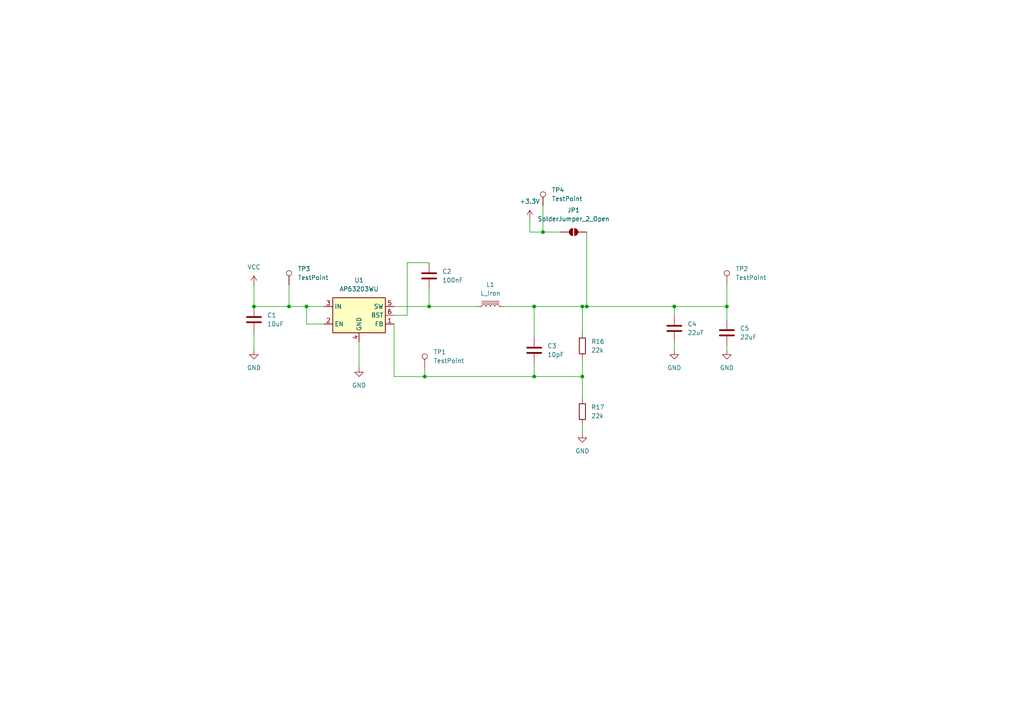
<source format=kicad_sch>
(kicad_sch
	(version 20250114)
	(generator "eeschema")
	(generator_version "9.0")
	(uuid "8212cb09-eeb7-48b0-8321-15fcc9c65691")
	(paper "A4")
	(lib_symbols
		(symbol "Connector:TestPoint"
			(pin_numbers
				(hide yes)
			)
			(pin_names
				(offset 0.762)
				(hide yes)
			)
			(exclude_from_sim no)
			(in_bom yes)
			(on_board yes)
			(property "Reference" "TP"
				(at 0 6.858 0)
				(effects
					(font
						(size 1.27 1.27)
					)
				)
			)
			(property "Value" "TestPoint"
				(at 0 5.08 0)
				(effects
					(font
						(size 1.27 1.27)
					)
				)
			)
			(property "Footprint" ""
				(at 5.08 0 0)
				(effects
					(font
						(size 1.27 1.27)
					)
					(hide yes)
				)
			)
			(property "Datasheet" "~"
				(at 5.08 0 0)
				(effects
					(font
						(size 1.27 1.27)
					)
					(hide yes)
				)
			)
			(property "Description" "test point"
				(at 0 0 0)
				(effects
					(font
						(size 1.27 1.27)
					)
					(hide yes)
				)
			)
			(property "ki_keywords" "test point tp"
				(at 0 0 0)
				(effects
					(font
						(size 1.27 1.27)
					)
					(hide yes)
				)
			)
			(property "ki_fp_filters" "Pin* Test*"
				(at 0 0 0)
				(effects
					(font
						(size 1.27 1.27)
					)
					(hide yes)
				)
			)
			(symbol "TestPoint_0_1"
				(circle
					(center 0 3.302)
					(radius 0.762)
					(stroke
						(width 0)
						(type default)
					)
					(fill
						(type none)
					)
				)
			)
			(symbol "TestPoint_1_1"
				(pin passive line
					(at 0 0 90)
					(length 2.54)
					(name "1"
						(effects
							(font
								(size 1.27 1.27)
							)
						)
					)
					(number "1"
						(effects
							(font
								(size 1.27 1.27)
							)
						)
					)
				)
			)
			(embedded_fonts no)
		)
		(symbol "Device:C"
			(pin_numbers
				(hide yes)
			)
			(pin_names
				(offset 0.254)
			)
			(exclude_from_sim no)
			(in_bom yes)
			(on_board yes)
			(property "Reference" "C"
				(at 0.635 2.54 0)
				(effects
					(font
						(size 1.27 1.27)
					)
					(justify left)
				)
			)
			(property "Value" "C"
				(at 0.635 -2.54 0)
				(effects
					(font
						(size 1.27 1.27)
					)
					(justify left)
				)
			)
			(property "Footprint" ""
				(at 0.9652 -3.81 0)
				(effects
					(font
						(size 1.27 1.27)
					)
					(hide yes)
				)
			)
			(property "Datasheet" "~"
				(at 0 0 0)
				(effects
					(font
						(size 1.27 1.27)
					)
					(hide yes)
				)
			)
			(property "Description" "Unpolarized capacitor"
				(at 0 0 0)
				(effects
					(font
						(size 1.27 1.27)
					)
					(hide yes)
				)
			)
			(property "ki_keywords" "cap capacitor"
				(at 0 0 0)
				(effects
					(font
						(size 1.27 1.27)
					)
					(hide yes)
				)
			)
			(property "ki_fp_filters" "C_*"
				(at 0 0 0)
				(effects
					(font
						(size 1.27 1.27)
					)
					(hide yes)
				)
			)
			(symbol "C_0_1"
				(polyline
					(pts
						(xy -2.032 0.762) (xy 2.032 0.762)
					)
					(stroke
						(width 0.508)
						(type default)
					)
					(fill
						(type none)
					)
				)
				(polyline
					(pts
						(xy -2.032 -0.762) (xy 2.032 -0.762)
					)
					(stroke
						(width 0.508)
						(type default)
					)
					(fill
						(type none)
					)
				)
			)
			(symbol "C_1_1"
				(pin passive line
					(at 0 3.81 270)
					(length 2.794)
					(name "~"
						(effects
							(font
								(size 1.27 1.27)
							)
						)
					)
					(number "1"
						(effects
							(font
								(size 1.27 1.27)
							)
						)
					)
				)
				(pin passive line
					(at 0 -3.81 90)
					(length 2.794)
					(name "~"
						(effects
							(font
								(size 1.27 1.27)
							)
						)
					)
					(number "2"
						(effects
							(font
								(size 1.27 1.27)
							)
						)
					)
				)
			)
			(embedded_fonts no)
		)
		(symbol "Device:L_Iron"
			(pin_numbers
				(hide yes)
			)
			(pin_names
				(offset 1.016)
				(hide yes)
			)
			(exclude_from_sim no)
			(in_bom yes)
			(on_board yes)
			(property "Reference" "L"
				(at -1.27 0 90)
				(effects
					(font
						(size 1.27 1.27)
					)
				)
			)
			(property "Value" "L_Iron"
				(at 2.794 0 90)
				(effects
					(font
						(size 1.27 1.27)
					)
				)
			)
			(property "Footprint" ""
				(at 0 0 0)
				(effects
					(font
						(size 1.27 1.27)
					)
					(hide yes)
				)
			)
			(property "Datasheet" "~"
				(at 0 0 0)
				(effects
					(font
						(size 1.27 1.27)
					)
					(hide yes)
				)
			)
			(property "Description" "Inductor with iron core"
				(at 0 0 0)
				(effects
					(font
						(size 1.27 1.27)
					)
					(hide yes)
				)
			)
			(property "ki_keywords" "inductor choke coil reactor magnetic"
				(at 0 0 0)
				(effects
					(font
						(size 1.27 1.27)
					)
					(hide yes)
				)
			)
			(property "ki_fp_filters" "Choke_* *Coil* Inductor_* L_*"
				(at 0 0 0)
				(effects
					(font
						(size 1.27 1.27)
					)
					(hide yes)
				)
			)
			(symbol "L_Iron_0_1"
				(arc
					(start 0 2.54)
					(mid 0.6323 1.905)
					(end 0 1.27)
					(stroke
						(width 0)
						(type default)
					)
					(fill
						(type none)
					)
				)
				(arc
					(start 0 1.27)
					(mid 0.6323 0.635)
					(end 0 0)
					(stroke
						(width 0)
						(type default)
					)
					(fill
						(type none)
					)
				)
				(arc
					(start 0 0)
					(mid 0.6323 -0.635)
					(end 0 -1.27)
					(stroke
						(width 0)
						(type default)
					)
					(fill
						(type none)
					)
				)
				(arc
					(start 0 -1.27)
					(mid 0.6323 -1.905)
					(end 0 -2.54)
					(stroke
						(width 0)
						(type default)
					)
					(fill
						(type none)
					)
				)
				(polyline
					(pts
						(xy 1.016 2.54) (xy 1.016 -2.54)
					)
					(stroke
						(width 0)
						(type default)
					)
					(fill
						(type none)
					)
				)
				(polyline
					(pts
						(xy 1.524 -2.54) (xy 1.524 2.54)
					)
					(stroke
						(width 0)
						(type default)
					)
					(fill
						(type none)
					)
				)
			)
			(symbol "L_Iron_1_1"
				(pin passive line
					(at 0 3.81 270)
					(length 1.27)
					(name "1"
						(effects
							(font
								(size 1.27 1.27)
							)
						)
					)
					(number "1"
						(effects
							(font
								(size 1.27 1.27)
							)
						)
					)
				)
				(pin passive line
					(at 0 -3.81 90)
					(length 1.27)
					(name "2"
						(effects
							(font
								(size 1.27 1.27)
							)
						)
					)
					(number "2"
						(effects
							(font
								(size 1.27 1.27)
							)
						)
					)
				)
			)
			(embedded_fonts no)
		)
		(symbol "Jumper:SolderJumper_2_Open"
			(pin_numbers
				(hide yes)
			)
			(pin_names
				(offset 0)
				(hide yes)
			)
			(exclude_from_sim yes)
			(in_bom no)
			(on_board yes)
			(property "Reference" "JP"
				(at 0 2.032 0)
				(effects
					(font
						(size 1.27 1.27)
					)
				)
			)
			(property "Value" "SolderJumper_2_Open"
				(at 0 -2.54 0)
				(effects
					(font
						(size 1.27 1.27)
					)
				)
			)
			(property "Footprint" ""
				(at 0 0 0)
				(effects
					(font
						(size 1.27 1.27)
					)
					(hide yes)
				)
			)
			(property "Datasheet" "~"
				(at 0 0 0)
				(effects
					(font
						(size 1.27 1.27)
					)
					(hide yes)
				)
			)
			(property "Description" "Solder Jumper, 2-pole, open"
				(at 0 0 0)
				(effects
					(font
						(size 1.27 1.27)
					)
					(hide yes)
				)
			)
			(property "ki_keywords" "solder jumper SPST"
				(at 0 0 0)
				(effects
					(font
						(size 1.27 1.27)
					)
					(hide yes)
				)
			)
			(property "ki_fp_filters" "SolderJumper*Open*"
				(at 0 0 0)
				(effects
					(font
						(size 1.27 1.27)
					)
					(hide yes)
				)
			)
			(symbol "SolderJumper_2_Open_0_1"
				(polyline
					(pts
						(xy -0.254 1.016) (xy -0.254 -1.016)
					)
					(stroke
						(width 0)
						(type default)
					)
					(fill
						(type none)
					)
				)
				(arc
					(start -0.254 -1.016)
					(mid -1.2656 0)
					(end -0.254 1.016)
					(stroke
						(width 0)
						(type default)
					)
					(fill
						(type none)
					)
				)
				(arc
					(start -0.254 -1.016)
					(mid -1.2656 0)
					(end -0.254 1.016)
					(stroke
						(width 0)
						(type default)
					)
					(fill
						(type outline)
					)
				)
				(arc
					(start 0.254 1.016)
					(mid 1.2656 0)
					(end 0.254 -1.016)
					(stroke
						(width 0)
						(type default)
					)
					(fill
						(type none)
					)
				)
				(arc
					(start 0.254 1.016)
					(mid 1.2656 0)
					(end 0.254 -1.016)
					(stroke
						(width 0)
						(type default)
					)
					(fill
						(type outline)
					)
				)
				(polyline
					(pts
						(xy 0.254 1.016) (xy 0.254 -1.016)
					)
					(stroke
						(width 0)
						(type default)
					)
					(fill
						(type none)
					)
				)
			)
			(symbol "SolderJumper_2_Open_1_1"
				(pin passive line
					(at -3.81 0 0)
					(length 2.54)
					(name "A"
						(effects
							(font
								(size 1.27 1.27)
							)
						)
					)
					(number "1"
						(effects
							(font
								(size 1.27 1.27)
							)
						)
					)
				)
				(pin passive line
					(at 3.81 0 180)
					(length 2.54)
					(name "B"
						(effects
							(font
								(size 1.27 1.27)
							)
						)
					)
					(number "2"
						(effects
							(font
								(size 1.27 1.27)
							)
						)
					)
				)
			)
			(embedded_fonts no)
		)
		(symbol "PCM_4ms_Power-symbol:+3.3V"
			(power)
			(pin_names
				(offset 0)
			)
			(exclude_from_sim no)
			(in_bom yes)
			(on_board yes)
			(property "Reference" "#PWR"
				(at 0 -3.81 0)
				(effects
					(font
						(size 1.27 1.27)
					)
					(hide yes)
				)
			)
			(property "Value" "+3.3V"
				(at 0 3.556 0)
				(effects
					(font
						(size 1.27 1.27)
					)
				)
			)
			(property "Footprint" ""
				(at 0 0 0)
				(effects
					(font
						(size 1.27 1.27)
					)
					(hide yes)
				)
			)
			(property "Datasheet" ""
				(at 0 0 0)
				(effects
					(font
						(size 1.27 1.27)
					)
					(hide yes)
				)
			)
			(property "Description" ""
				(at 0 0 0)
				(effects
					(font
						(size 1.27 1.27)
					)
					(hide yes)
				)
			)
			(symbol "+3.3V_0_1"
				(polyline
					(pts
						(xy -0.762 1.27) (xy 0 2.54)
					)
					(stroke
						(width 0)
						(type default)
					)
					(fill
						(type none)
					)
				)
				(polyline
					(pts
						(xy 0 2.54) (xy 0.762 1.27)
					)
					(stroke
						(width 0)
						(type default)
					)
					(fill
						(type none)
					)
				)
				(polyline
					(pts
						(xy 0 0) (xy 0 2.54)
					)
					(stroke
						(width 0)
						(type default)
					)
					(fill
						(type none)
					)
				)
			)
			(symbol "+3.3V_1_1"
				(pin power_in line
					(at 0 0 90)
					(length 0)
					(hide yes)
					(name "+3V3"
						(effects
							(font
								(size 1.27 1.27)
							)
						)
					)
					(number "1"
						(effects
							(font
								(size 1.27 1.27)
							)
						)
					)
				)
			)
			(embedded_fonts no)
		)
		(symbol "PCM_SL_Resistors:22k"
			(exclude_from_sim no)
			(in_bom yes)
			(on_board yes)
			(property "Reference" "R"
				(at 0 5.08 0)
				(effects
					(font
						(size 1.27 1.27)
					)
				)
			)
			(property "Value" "22k"
				(at 0 2.54 0)
				(effects
					(font
						(size 1.27 1.27)
					)
				)
			)
			(property "Footprint" "Resistor_THT:R_Axial_DIN0207_L6.3mm_D2.5mm_P10.16mm_Horizontal"
				(at 0.889 -4.318 0)
				(effects
					(font
						(size 1.27 1.27)
					)
					(hide yes)
				)
			)
			(property "Datasheet" ""
				(at 0.508 0 0)
				(effects
					(font
						(size 1.27 1.27)
					)
					(hide yes)
				)
			)
			(property "Description" "22kΩ, 1/4W Resistor"
				(at 0 0 0)
				(effects
					(font
						(size 1.27 1.27)
					)
					(hide yes)
				)
			)
			(property "ki_keywords" "Resistor"
				(at 0 0 0)
				(effects
					(font
						(size 1.27 1.27)
					)
					(hide yes)
				)
			)
			(property "ki_fp_filters" "Resistor_THT:R_Axial_DIN0207_L6.3mm_D2.5mm*"
				(at 0 0 0)
				(effects
					(font
						(size 1.27 1.27)
					)
					(hide yes)
				)
			)
			(symbol "22k_0_1"
				(rectangle
					(start -2.286 0.889)
					(end 2.286 -0.889)
					(stroke
						(width 0.24)
						(type default)
					)
					(fill
						(type none)
					)
				)
			)
			(symbol "22k_1_1"
				(pin passive line
					(at -3.81 0 0)
					(length 1.5)
					(name ""
						(effects
							(font
								(size 1.27 1.27)
							)
						)
					)
					(number "1"
						(effects
							(font
								(size 0 0)
							)
						)
					)
				)
				(pin passive line
					(at 3.81 0 180)
					(length 1.5)
					(name "~"
						(effects
							(font
								(size 1.27 1.27)
							)
						)
					)
					(number "2"
						(effects
							(font
								(size 0 0)
							)
						)
					)
				)
			)
			(embedded_fonts no)
		)
		(symbol "Regulator_Switching:AP63203WU"
			(exclude_from_sim no)
			(in_bom yes)
			(on_board yes)
			(property "Reference" "U"
				(at -7.62 6.35 0)
				(effects
					(font
						(size 1.27 1.27)
					)
				)
			)
			(property "Value" "AP63203WU"
				(at 2.54 6.35 0)
				(effects
					(font
						(size 1.27 1.27)
					)
				)
			)
			(property "Footprint" "Package_TO_SOT_SMD:TSOT-23-6"
				(at 0 -22.86 0)
				(effects
					(font
						(size 1.27 1.27)
					)
					(hide yes)
				)
			)
			(property "Datasheet" "https://www.diodes.com/assets/Datasheets/AP63200-AP63201-AP63203-AP63205.pdf"
				(at 0 0 0)
				(effects
					(font
						(size 1.27 1.27)
					)
					(hide yes)
				)
			)
			(property "Description" "2A, 1.1MHz Buck DC/DC Converter, fixed 3.3V output voltage, TSOT-23-6"
				(at 0 0 0)
				(effects
					(font
						(size 1.27 1.27)
					)
					(hide yes)
				)
			)
			(property "ki_keywords" "2A Buck DC/DC"
				(at 0 0 0)
				(effects
					(font
						(size 1.27 1.27)
					)
					(hide yes)
				)
			)
			(property "ki_fp_filters" "TSOT?23*"
				(at 0 0 0)
				(effects
					(font
						(size 1.27 1.27)
					)
					(hide yes)
				)
			)
			(symbol "AP63203WU_0_1"
				(rectangle
					(start -7.62 5.08)
					(end 7.62 -5.08)
					(stroke
						(width 0.254)
						(type default)
					)
					(fill
						(type background)
					)
				)
			)
			(symbol "AP63203WU_1_1"
				(pin power_in line
					(at -10.16 2.54 0)
					(length 2.54)
					(name "IN"
						(effects
							(font
								(size 1.27 1.27)
							)
						)
					)
					(number "3"
						(effects
							(font
								(size 1.27 1.27)
							)
						)
					)
				)
				(pin input line
					(at -10.16 -2.54 0)
					(length 2.54)
					(name "EN"
						(effects
							(font
								(size 1.27 1.27)
							)
						)
					)
					(number "2"
						(effects
							(font
								(size 1.27 1.27)
							)
						)
					)
				)
				(pin power_in line
					(at 0 -7.62 90)
					(length 2.54)
					(name "GND"
						(effects
							(font
								(size 1.27 1.27)
							)
						)
					)
					(number "4"
						(effects
							(font
								(size 1.27 1.27)
							)
						)
					)
				)
				(pin output line
					(at 10.16 2.54 180)
					(length 2.54)
					(name "SW"
						(effects
							(font
								(size 1.27 1.27)
							)
						)
					)
					(number "5"
						(effects
							(font
								(size 1.27 1.27)
							)
						)
					)
				)
				(pin passive line
					(at 10.16 0 180)
					(length 2.54)
					(name "BST"
						(effects
							(font
								(size 1.27 1.27)
							)
						)
					)
					(number "6"
						(effects
							(font
								(size 1.27 1.27)
							)
						)
					)
				)
				(pin input line
					(at 10.16 -2.54 180)
					(length 2.54)
					(name "FB"
						(effects
							(font
								(size 1.27 1.27)
							)
						)
					)
					(number "1"
						(effects
							(font
								(size 1.27 1.27)
							)
						)
					)
				)
			)
			(embedded_fonts no)
		)
		(symbol "power:GND"
			(power)
			(pin_numbers
				(hide yes)
			)
			(pin_names
				(offset 0)
				(hide yes)
			)
			(exclude_from_sim no)
			(in_bom yes)
			(on_board yes)
			(property "Reference" "#PWR"
				(at 0 -6.35 0)
				(effects
					(font
						(size 1.27 1.27)
					)
					(hide yes)
				)
			)
			(property "Value" "GND"
				(at 0 -3.81 0)
				(effects
					(font
						(size 1.27 1.27)
					)
				)
			)
			(property "Footprint" ""
				(at 0 0 0)
				(effects
					(font
						(size 1.27 1.27)
					)
					(hide yes)
				)
			)
			(property "Datasheet" ""
				(at 0 0 0)
				(effects
					(font
						(size 1.27 1.27)
					)
					(hide yes)
				)
			)
			(property "Description" "Power symbol creates a global label with name \"GND\" , ground"
				(at 0 0 0)
				(effects
					(font
						(size 1.27 1.27)
					)
					(hide yes)
				)
			)
			(property "ki_keywords" "global power"
				(at 0 0 0)
				(effects
					(font
						(size 1.27 1.27)
					)
					(hide yes)
				)
			)
			(symbol "GND_0_1"
				(polyline
					(pts
						(xy 0 0) (xy 0 -1.27) (xy 1.27 -1.27) (xy 0 -2.54) (xy -1.27 -1.27) (xy 0 -1.27)
					)
					(stroke
						(width 0)
						(type default)
					)
					(fill
						(type none)
					)
				)
			)
			(symbol "GND_1_1"
				(pin power_in line
					(at 0 0 270)
					(length 0)
					(name "~"
						(effects
							(font
								(size 1.27 1.27)
							)
						)
					)
					(number "1"
						(effects
							(font
								(size 1.27 1.27)
							)
						)
					)
				)
			)
			(embedded_fonts no)
		)
		(symbol "power:VCC"
			(power)
			(pin_numbers
				(hide yes)
			)
			(pin_names
				(offset 0)
				(hide yes)
			)
			(exclude_from_sim no)
			(in_bom yes)
			(on_board yes)
			(property "Reference" "#PWR"
				(at 0 -3.81 0)
				(effects
					(font
						(size 1.27 1.27)
					)
					(hide yes)
				)
			)
			(property "Value" "VCC"
				(at 0 3.556 0)
				(effects
					(font
						(size 1.27 1.27)
					)
				)
			)
			(property "Footprint" ""
				(at 0 0 0)
				(effects
					(font
						(size 1.27 1.27)
					)
					(hide yes)
				)
			)
			(property "Datasheet" ""
				(at 0 0 0)
				(effects
					(font
						(size 1.27 1.27)
					)
					(hide yes)
				)
			)
			(property "Description" "Power symbol creates a global label with name \"VCC\""
				(at 0 0 0)
				(effects
					(font
						(size 1.27 1.27)
					)
					(hide yes)
				)
			)
			(property "ki_keywords" "global power"
				(at 0 0 0)
				(effects
					(font
						(size 1.27 1.27)
					)
					(hide yes)
				)
			)
			(symbol "VCC_0_1"
				(polyline
					(pts
						(xy -0.762 1.27) (xy 0 2.54)
					)
					(stroke
						(width 0)
						(type default)
					)
					(fill
						(type none)
					)
				)
				(polyline
					(pts
						(xy 0 2.54) (xy 0.762 1.27)
					)
					(stroke
						(width 0)
						(type default)
					)
					(fill
						(type none)
					)
				)
				(polyline
					(pts
						(xy 0 0) (xy 0 2.54)
					)
					(stroke
						(width 0)
						(type default)
					)
					(fill
						(type none)
					)
				)
			)
			(symbol "VCC_1_1"
				(pin power_in line
					(at 0 0 90)
					(length 0)
					(name "~"
						(effects
							(font
								(size 1.27 1.27)
							)
						)
					)
					(number "1"
						(effects
							(font
								(size 1.27 1.27)
							)
						)
					)
				)
			)
			(embedded_fonts no)
		)
	)
	(junction
		(at 154.94 109.22)
		(diameter 0)
		(color 0 0 0 0)
		(uuid "0f1a8cea-ba60-45fd-8575-aa94bb941143")
	)
	(junction
		(at 195.58 88.9)
		(diameter 0)
		(color 0 0 0 0)
		(uuid "3d332a84-fe1c-489a-8678-291686d508fc")
	)
	(junction
		(at 124.46 88.9)
		(diameter 0)
		(color 0 0 0 0)
		(uuid "54e6b583-4d49-4fdb-9193-8cd41d0aeba9")
	)
	(junction
		(at 83.82 88.9)
		(diameter 0)
		(color 0 0 0 0)
		(uuid "6236817c-6b0e-4d57-acfa-5a7515e775c1")
	)
	(junction
		(at 170.18 88.9)
		(diameter 0)
		(color 0 0 0 0)
		(uuid "72b032d2-a758-4dea-a110-50d4c3ed9461")
	)
	(junction
		(at 210.82 88.9)
		(diameter 0)
		(color 0 0 0 0)
		(uuid "73dc6991-75f0-4ac5-b568-57f7d92299f7")
	)
	(junction
		(at 88.9 88.9)
		(diameter 0)
		(color 0 0 0 0)
		(uuid "8b2dd246-bb27-4408-92e9-286f8dc76593")
	)
	(junction
		(at 157.48 67.31)
		(diameter 0)
		(color 0 0 0 0)
		(uuid "97c776a2-b705-4570-877f-2989fade6534")
	)
	(junction
		(at 168.91 88.9)
		(diameter 0)
		(color 0 0 0 0)
		(uuid "ba667dad-94ee-4418-8c42-2a16c6b0a61e")
	)
	(junction
		(at 154.94 88.9)
		(diameter 0)
		(color 0 0 0 0)
		(uuid "c854b70c-4f3b-454c-8055-1979e0370e9f")
	)
	(junction
		(at 168.91 109.22)
		(diameter 0)
		(color 0 0 0 0)
		(uuid "db02562e-1e6b-4f50-bb6c-3d57f99f1383")
	)
	(junction
		(at 123.19 109.22)
		(diameter 0)
		(color 0 0 0 0)
		(uuid "e9d9fba3-608c-491f-a9b6-79081933b4f1")
	)
	(junction
		(at 73.66 88.9)
		(diameter 0)
		(color 0 0 0 0)
		(uuid "fd2d8ff0-db90-4e6c-8f04-3ef830b89b5d")
	)
	(wire
		(pts
			(xy 168.91 88.9) (xy 154.94 88.9)
		)
		(stroke
			(width 0)
			(type default)
		)
		(uuid "0bdeac7c-d827-45b2-bfd4-c02eca4b4d9a")
	)
	(wire
		(pts
			(xy 154.94 109.22) (xy 154.94 105.41)
		)
		(stroke
			(width 0)
			(type default)
		)
		(uuid "0da3ce5c-d3c2-4d59-9cdb-12ba98389b5b")
	)
	(wire
		(pts
			(xy 88.9 88.9) (xy 93.98 88.9)
		)
		(stroke
			(width 0)
			(type default)
		)
		(uuid "0ecfb0cb-1860-45b4-93ed-fa1a0cb66cac")
	)
	(wire
		(pts
			(xy 154.94 88.9) (xy 154.94 97.79)
		)
		(stroke
			(width 0)
			(type default)
		)
		(uuid "131fd23a-34ec-4672-88c5-e48150932136")
	)
	(wire
		(pts
			(xy 104.14 99.06) (xy 104.14 106.68)
		)
		(stroke
			(width 0)
			(type default)
		)
		(uuid "1a4f45c5-a6d3-4332-acf8-93739044a8af")
	)
	(wire
		(pts
			(xy 168.91 109.22) (xy 168.91 115.57)
		)
		(stroke
			(width 0)
			(type default)
		)
		(uuid "2236eeaf-dce8-4549-9cfa-9e9b5e77f7d9")
	)
	(wire
		(pts
			(xy 195.58 99.06) (xy 195.58 101.6)
		)
		(stroke
			(width 0)
			(type default)
		)
		(uuid "23566f39-82ef-4b0b-9842-7c95866b01cc")
	)
	(wire
		(pts
			(xy 123.19 106.68) (xy 123.19 109.22)
		)
		(stroke
			(width 0)
			(type default)
		)
		(uuid "2a48e591-0764-42ec-8d70-e1d2357176cc")
	)
	(wire
		(pts
			(xy 124.46 88.9) (xy 138.43 88.9)
		)
		(stroke
			(width 0)
			(type default)
		)
		(uuid "32e617f4-5823-443d-8f39-b9e68e0c5667")
	)
	(wire
		(pts
			(xy 157.48 59.69) (xy 157.48 67.31)
		)
		(stroke
			(width 0)
			(type default)
		)
		(uuid "36d8c755-ed3a-4c11-af40-be9cc2c3be30")
	)
	(wire
		(pts
			(xy 114.3 88.9) (xy 124.46 88.9)
		)
		(stroke
			(width 0)
			(type default)
		)
		(uuid "37415b58-de7f-40ac-93f6-70d411d10ab3")
	)
	(wire
		(pts
			(xy 154.94 109.22) (xy 168.91 109.22)
		)
		(stroke
			(width 0)
			(type default)
		)
		(uuid "38fbad95-3acc-4780-9281-fab248935b65")
	)
	(wire
		(pts
			(xy 210.82 92.71) (xy 210.82 88.9)
		)
		(stroke
			(width 0)
			(type default)
		)
		(uuid "3dcc6a8d-3e46-44f8-9aa3-63abe8383c41")
	)
	(wire
		(pts
			(xy 83.82 88.9) (xy 88.9 88.9)
		)
		(stroke
			(width 0)
			(type default)
		)
		(uuid "4596d9aa-9098-44a6-ac93-4028cea2c8af")
	)
	(wire
		(pts
			(xy 168.91 88.9) (xy 170.18 88.9)
		)
		(stroke
			(width 0)
			(type default)
		)
		(uuid "47a4ab27-6093-4242-83c5-84910eb27607")
	)
	(wire
		(pts
			(xy 83.82 82.55) (xy 83.82 88.9)
		)
		(stroke
			(width 0)
			(type default)
		)
		(uuid "6147bc10-25df-4895-bf2c-edb0f0b2e163")
	)
	(wire
		(pts
			(xy 210.82 88.9) (xy 195.58 88.9)
		)
		(stroke
			(width 0)
			(type default)
		)
		(uuid "645c4fa1-ade2-47b2-90b1-bae72b5b7f2a")
	)
	(wire
		(pts
			(xy 170.18 67.31) (xy 170.18 88.9)
		)
		(stroke
			(width 0)
			(type default)
		)
		(uuid "8a9412dc-fd3a-40bd-aaa7-bd961b358bc1")
	)
	(wire
		(pts
			(xy 73.66 88.9) (xy 83.82 88.9)
		)
		(stroke
			(width 0)
			(type default)
		)
		(uuid "8b2b48e9-6b5a-4f27-b771-03a942aaedd2")
	)
	(wire
		(pts
			(xy 123.19 109.22) (xy 154.94 109.22)
		)
		(stroke
			(width 0)
			(type default)
		)
		(uuid "92c77557-ed81-4d4c-9a90-982503d97b81")
	)
	(wire
		(pts
			(xy 153.67 63.5) (xy 153.67 67.31)
		)
		(stroke
			(width 0)
			(type default)
		)
		(uuid "989804f9-8c1e-4404-9b4a-44c54f6c47fb")
	)
	(wire
		(pts
			(xy 168.91 104.14) (xy 168.91 109.22)
		)
		(stroke
			(width 0)
			(type default)
		)
		(uuid "9af3eb64-b7cc-48a9-b4b0-856fcc70c66f")
	)
	(wire
		(pts
			(xy 88.9 93.98) (xy 88.9 88.9)
		)
		(stroke
			(width 0)
			(type default)
		)
		(uuid "9f0b787e-a8ab-43de-979b-925fd7ccc845")
	)
	(wire
		(pts
			(xy 124.46 83.82) (xy 124.46 88.9)
		)
		(stroke
			(width 0)
			(type default)
		)
		(uuid "a6e45cf8-8b2a-465e-aff5-d5760dab572d")
	)
	(wire
		(pts
			(xy 93.98 93.98) (xy 88.9 93.98)
		)
		(stroke
			(width 0)
			(type default)
		)
		(uuid "aa25a4eb-db4d-437e-8705-1b7286c8aaad")
	)
	(wire
		(pts
			(xy 168.91 96.52) (xy 168.91 88.9)
		)
		(stroke
			(width 0)
			(type default)
		)
		(uuid "ae292888-8323-44a2-b896-2edf035d4af5")
	)
	(wire
		(pts
			(xy 210.82 82.55) (xy 210.82 88.9)
		)
		(stroke
			(width 0)
			(type default)
		)
		(uuid "b9e359c3-10e7-4091-81f5-058e2506d899")
	)
	(wire
		(pts
			(xy 114.3 93.98) (xy 114.3 109.22)
		)
		(stroke
			(width 0)
			(type default)
		)
		(uuid "bbe8a101-d54b-45f5-9ede-15be1a9851ec")
	)
	(wire
		(pts
			(xy 114.3 109.22) (xy 123.19 109.22)
		)
		(stroke
			(width 0)
			(type default)
		)
		(uuid "bc1d3377-056d-43e5-93ec-b7fce68da754")
	)
	(wire
		(pts
			(xy 153.67 67.31) (xy 157.48 67.31)
		)
		(stroke
			(width 0)
			(type default)
		)
		(uuid "bdd867de-4689-49d7-92dd-5a2a580ba59a")
	)
	(wire
		(pts
			(xy 118.11 91.44) (xy 114.3 91.44)
		)
		(stroke
			(width 0)
			(type default)
		)
		(uuid "cd68a1a2-9327-42b9-bb81-a29ad90e212d")
	)
	(wire
		(pts
			(xy 210.82 101.6) (xy 210.82 100.33)
		)
		(stroke
			(width 0)
			(type default)
		)
		(uuid "cf3080cf-3cad-4f34-bf3b-f7b84d144626")
	)
	(wire
		(pts
			(xy 73.66 96.52) (xy 73.66 101.6)
		)
		(stroke
			(width 0)
			(type default)
		)
		(uuid "d1483020-164b-4cb3-9a9b-aacfceeb1347")
	)
	(wire
		(pts
			(xy 157.48 67.31) (xy 162.56 67.31)
		)
		(stroke
			(width 0)
			(type default)
		)
		(uuid "d3f87081-79c2-4975-bbc4-9b2fddb1adac")
	)
	(wire
		(pts
			(xy 73.66 82.55) (xy 73.66 88.9)
		)
		(stroke
			(width 0)
			(type default)
		)
		(uuid "e5d3a9c6-2643-44da-8cf1-613101a570d6")
	)
	(wire
		(pts
			(xy 124.46 76.2) (xy 118.11 76.2)
		)
		(stroke
			(width 0)
			(type default)
		)
		(uuid "ed695f00-4375-42bb-8962-12a50275befb")
	)
	(wire
		(pts
			(xy 168.91 123.19) (xy 168.91 125.73)
		)
		(stroke
			(width 0)
			(type default)
		)
		(uuid "f017e50b-f62e-497d-bdf7-cd78edebcb9e")
	)
	(wire
		(pts
			(xy 118.11 76.2) (xy 118.11 91.44)
		)
		(stroke
			(width 0)
			(type default)
		)
		(uuid "f2d2adc2-bca0-476d-b517-a2e1ac4e1d93")
	)
	(wire
		(pts
			(xy 195.58 91.44) (xy 195.58 88.9)
		)
		(stroke
			(width 0)
			(type default)
		)
		(uuid "f6f4b760-0cf3-4a17-867b-791d81bf51ef")
	)
	(wire
		(pts
			(xy 146.05 88.9) (xy 154.94 88.9)
		)
		(stroke
			(width 0)
			(type default)
		)
		(uuid "f779c816-daae-4e6d-91a7-07b56b224a06")
	)
	(wire
		(pts
			(xy 170.18 88.9) (xy 195.58 88.9)
		)
		(stroke
			(width 0)
			(type default)
		)
		(uuid "f7d3988b-78dd-4fc5-82e5-2d0f7232dad4")
	)
	(symbol
		(lib_id "Connector:TestPoint")
		(at 83.82 82.55 0)
		(unit 1)
		(exclude_from_sim no)
		(in_bom yes)
		(on_board yes)
		(dnp no)
		(fields_autoplaced yes)
		(uuid "08ff1406-d4de-40fc-ac57-b99184fdebb2")
		(property "Reference" "TP3"
			(at 86.36 77.9779 0)
			(effects
				(font
					(size 1.27 1.27)
				)
				(justify left)
			)
		)
		(property "Value" "TestPoint"
			(at 86.36 80.5179 0)
			(effects
				(font
					(size 1.27 1.27)
				)
				(justify left)
			)
		)
		(property "Footprint" "Connector_Pin:Pin_D1.0mm_L10.0mm"
			(at 88.9 82.55 0)
			(effects
				(font
					(size 1.27 1.27)
				)
				(hide yes)
			)
		)
		(property "Datasheet" "~"
			(at 88.9 82.55 0)
			(effects
				(font
					(size 1.27 1.27)
				)
				(hide yes)
			)
		)
		(property "Description" "test point"
			(at 83.82 82.55 0)
			(effects
				(font
					(size 1.27 1.27)
				)
				(hide yes)
			)
		)
		(pin "1"
			(uuid "119218e8-50e3-452b-947b-0fd0967ea9ef")
		)
		(instances
			(project "NIVARA"
				(path "/3316800a-fcca-41ca-9023-20b291ea5b86/c0cd373c-de7c-400a-b964-13d674a357ce/14049831-5bf8-4e7b-878e-e4f7aa7e38c7"
					(reference "TP3")
					(unit 1)
				)
			)
		)
	)
	(symbol
		(lib_id "power:GND")
		(at 104.14 106.68 0)
		(unit 1)
		(exclude_from_sim no)
		(in_bom yes)
		(on_board yes)
		(dnp no)
		(fields_autoplaced yes)
		(uuid "1180c7d7-4204-49e8-b2e4-9b66dcafe6f8")
		(property "Reference" "#PWR023"
			(at 104.14 113.03 0)
			(effects
				(font
					(size 1.27 1.27)
				)
				(hide yes)
			)
		)
		(property "Value" "GND"
			(at 104.14 111.76 0)
			(effects
				(font
					(size 1.27 1.27)
				)
			)
		)
		(property "Footprint" ""
			(at 104.14 106.68 0)
			(effects
				(font
					(size 1.27 1.27)
				)
				(hide yes)
			)
		)
		(property "Datasheet" ""
			(at 104.14 106.68 0)
			(effects
				(font
					(size 1.27 1.27)
				)
				(hide yes)
			)
		)
		(property "Description" "Power symbol creates a global label with name \"GND\" , ground"
			(at 104.14 106.68 0)
			(effects
				(font
					(size 1.27 1.27)
				)
				(hide yes)
			)
		)
		(pin "1"
			(uuid "bb45b239-ad6e-4307-9a5f-ce137c547aa0")
		)
		(instances
			(project "NIVARA"
				(path "/3316800a-fcca-41ca-9023-20b291ea5b86/c0cd373c-de7c-400a-b964-13d674a357ce/14049831-5bf8-4e7b-878e-e4f7aa7e38c7"
					(reference "#PWR023")
					(unit 1)
				)
			)
		)
	)
	(symbol
		(lib_id "power:GND")
		(at 73.66 101.6 0)
		(unit 1)
		(exclude_from_sim no)
		(in_bom yes)
		(on_board yes)
		(dnp no)
		(fields_autoplaced yes)
		(uuid "121ddbaf-17cf-4fac-82fb-1fa8db423ae3")
		(property "Reference" "#PWR022"
			(at 73.66 107.95 0)
			(effects
				(font
					(size 1.27 1.27)
				)
				(hide yes)
			)
		)
		(property "Value" "GND"
			(at 73.66 106.68 0)
			(effects
				(font
					(size 1.27 1.27)
				)
			)
		)
		(property "Footprint" ""
			(at 73.66 101.6 0)
			(effects
				(font
					(size 1.27 1.27)
				)
				(hide yes)
			)
		)
		(property "Datasheet" ""
			(at 73.66 101.6 0)
			(effects
				(font
					(size 1.27 1.27)
				)
				(hide yes)
			)
		)
		(property "Description" "Power symbol creates a global label with name \"GND\" , ground"
			(at 73.66 101.6 0)
			(effects
				(font
					(size 1.27 1.27)
				)
				(hide yes)
			)
		)
		(pin "1"
			(uuid "8679acad-57fa-4ce3-b8d3-b1fc28da76a5")
		)
		(instances
			(project "NIVARA"
				(path "/3316800a-fcca-41ca-9023-20b291ea5b86/c0cd373c-de7c-400a-b964-13d674a357ce/14049831-5bf8-4e7b-878e-e4f7aa7e38c7"
					(reference "#PWR022")
					(unit 1)
				)
			)
		)
	)
	(symbol
		(lib_id "Device:L_Iron")
		(at 142.24 88.9 90)
		(unit 1)
		(exclude_from_sim no)
		(in_bom yes)
		(on_board yes)
		(dnp no)
		(fields_autoplaced yes)
		(uuid "2ad65329-272c-435a-ad52-4651fb7a911e")
		(property "Reference" "L1"
			(at 142.24 82.55 90)
			(effects
				(font
					(size 1.27 1.27)
				)
			)
		)
		(property "Value" "L_Iron"
			(at 142.24 85.09 90)
			(effects
				(font
					(size 1.27 1.27)
				)
			)
		)
		(property "Footprint" "Inductor_SMD_Wurth:L_Wurth_WE-LQSH-2512"
			(at 142.24 88.9 0)
			(effects
				(font
					(size 1.27 1.27)
				)
				(hide yes)
			)
		)
		(property "Datasheet" "~"
			(at 142.24 88.9 0)
			(effects
				(font
					(size 1.27 1.27)
				)
				(hide yes)
			)
		)
		(property "Description" "Inductor with iron core"
			(at 142.24 88.9 0)
			(effects
				(font
					(size 1.27 1.27)
				)
				(hide yes)
			)
		)
		(pin "1"
			(uuid "f0d4fc71-0fe5-427d-94c9-f60f3b284b28")
		)
		(pin "2"
			(uuid "a1787f3e-a7c3-4ca2-b2c1-975a17310aa2")
		)
		(instances
			(project "NIVARA"
				(path "/3316800a-fcca-41ca-9023-20b291ea5b86/c0cd373c-de7c-400a-b964-13d674a357ce/14049831-5bf8-4e7b-878e-e4f7aa7e38c7"
					(reference "L1")
					(unit 1)
				)
			)
		)
	)
	(symbol
		(lib_id "PCM_SL_Resistors:22k")
		(at 168.91 100.33 90)
		(unit 1)
		(exclude_from_sim no)
		(in_bom yes)
		(on_board yes)
		(dnp no)
		(fields_autoplaced yes)
		(uuid "45a2ae0f-2941-4946-b7ce-3a6a0f235820")
		(property "Reference" "R16"
			(at 171.45 99.0599 90)
			(effects
				(font
					(size 1.27 1.27)
				)
				(justify right)
			)
		)
		(property "Value" "22k"
			(at 171.45 101.5999 90)
			(effects
				(font
					(size 1.27 1.27)
				)
				(justify right)
			)
		)
		(property "Footprint" "Resistor_SMD:R_0603_1608Metric"
			(at 173.228 99.441 0)
			(effects
				(font
					(size 1.27 1.27)
				)
				(hide yes)
			)
		)
		(property "Datasheet" ""
			(at 168.91 99.822 0)
			(effects
				(font
					(size 1.27 1.27)
				)
				(hide yes)
			)
		)
		(property "Description" "22kΩ, 1/4W Resistor"
			(at 168.91 100.33 0)
			(effects
				(font
					(size 1.27 1.27)
				)
				(hide yes)
			)
		)
		(pin "1"
			(uuid "05331dab-b4f9-4792-b3ca-4f58b897778a")
		)
		(pin "2"
			(uuid "1980d34b-790e-4dbb-9377-3182a174ba9e")
		)
		(instances
			(project "NIVARA"
				(path "/3316800a-fcca-41ca-9023-20b291ea5b86/c0cd373c-de7c-400a-b964-13d674a357ce/14049831-5bf8-4e7b-878e-e4f7aa7e38c7"
					(reference "R16")
					(unit 1)
				)
			)
		)
	)
	(symbol
		(lib_id "Connector:TestPoint")
		(at 210.82 82.55 0)
		(unit 1)
		(exclude_from_sim no)
		(in_bom yes)
		(on_board yes)
		(dnp no)
		(fields_autoplaced yes)
		(uuid "4763b599-b3f3-4daa-b96c-a289d3a08c47")
		(property "Reference" "TP2"
			(at 213.36 77.9779 0)
			(effects
				(font
					(size 1.27 1.27)
				)
				(justify left)
			)
		)
		(property "Value" "TestPoint"
			(at 213.36 80.5179 0)
			(effects
				(font
					(size 1.27 1.27)
				)
				(justify left)
			)
		)
		(property "Footprint" "Connector_Pin:Pin_D1.0mm_L10.0mm"
			(at 215.9 82.55 0)
			(effects
				(font
					(size 1.27 1.27)
				)
				(hide yes)
			)
		)
		(property "Datasheet" "~"
			(at 215.9 82.55 0)
			(effects
				(font
					(size 1.27 1.27)
				)
				(hide yes)
			)
		)
		(property "Description" "test point"
			(at 210.82 82.55 0)
			(effects
				(font
					(size 1.27 1.27)
				)
				(hide yes)
			)
		)
		(pin "1"
			(uuid "4567a871-c754-442a-84ad-6b9bc6c0b677")
		)
		(instances
			(project "NIVARA"
				(path "/3316800a-fcca-41ca-9023-20b291ea5b86/c0cd373c-de7c-400a-b964-13d674a357ce/14049831-5bf8-4e7b-878e-e4f7aa7e38c7"
					(reference "TP2")
					(unit 1)
				)
			)
		)
	)
	(symbol
		(lib_id "power:GND")
		(at 195.58 101.6 0)
		(unit 1)
		(exclude_from_sim no)
		(in_bom yes)
		(on_board yes)
		(dnp no)
		(fields_autoplaced yes)
		(uuid "54b0b6e2-fa71-4d11-a070-3a846980864b")
		(property "Reference" "#PWR026"
			(at 195.58 107.95 0)
			(effects
				(font
					(size 1.27 1.27)
				)
				(hide yes)
			)
		)
		(property "Value" "GND"
			(at 195.58 106.68 0)
			(effects
				(font
					(size 1.27 1.27)
				)
			)
		)
		(property "Footprint" ""
			(at 195.58 101.6 0)
			(effects
				(font
					(size 1.27 1.27)
				)
				(hide yes)
			)
		)
		(property "Datasheet" ""
			(at 195.58 101.6 0)
			(effects
				(font
					(size 1.27 1.27)
				)
				(hide yes)
			)
		)
		(property "Description" "Power symbol creates a global label with name \"GND\" , ground"
			(at 195.58 101.6 0)
			(effects
				(font
					(size 1.27 1.27)
				)
				(hide yes)
			)
		)
		(pin "1"
			(uuid "daa00248-130f-49e0-8386-185d1623e795")
		)
		(instances
			(project "NIVARA"
				(path "/3316800a-fcca-41ca-9023-20b291ea5b86/c0cd373c-de7c-400a-b964-13d674a357ce/14049831-5bf8-4e7b-878e-e4f7aa7e38c7"
					(reference "#PWR026")
					(unit 1)
				)
			)
		)
	)
	(symbol
		(lib_id "Device:C")
		(at 210.82 96.52 180)
		(unit 1)
		(exclude_from_sim no)
		(in_bom yes)
		(on_board yes)
		(dnp no)
		(fields_autoplaced yes)
		(uuid "5d6e918a-fd6a-4e4c-8bcf-62e0f9deb921")
		(property "Reference" "C5"
			(at 214.63 95.2499 0)
			(effects
				(font
					(size 1.27 1.27)
				)
				(justify right)
			)
		)
		(property "Value" "22uF"
			(at 214.63 97.7899 0)
			(effects
				(font
					(size 1.27 1.27)
				)
				(justify right)
			)
		)
		(property "Footprint" "Capacitor_SMD:C_0603_1608Metric"
			(at 209.8548 92.71 0)
			(effects
				(font
					(size 1.27 1.27)
				)
				(hide yes)
			)
		)
		(property "Datasheet" "~"
			(at 210.82 96.52 0)
			(effects
				(font
					(size 1.27 1.27)
				)
				(hide yes)
			)
		)
		(property "Description" "Unpolarized capacitor"
			(at 210.82 96.52 0)
			(effects
				(font
					(size 1.27 1.27)
				)
				(hide yes)
			)
		)
		(pin "2"
			(uuid "75c093a3-21f7-46bb-8b4b-579bad869f97")
		)
		(pin "1"
			(uuid "7dea4af3-f074-40ea-a4ee-2261b1dea6a2")
		)
		(instances
			(project "NIVARA"
				(path "/3316800a-fcca-41ca-9023-20b291ea5b86/c0cd373c-de7c-400a-b964-13d674a357ce/14049831-5bf8-4e7b-878e-e4f7aa7e38c7"
					(reference "C5")
					(unit 1)
				)
			)
		)
	)
	(symbol
		(lib_id "Connector:TestPoint")
		(at 123.19 106.68 0)
		(unit 1)
		(exclude_from_sim no)
		(in_bom yes)
		(on_board yes)
		(dnp no)
		(fields_autoplaced yes)
		(uuid "6bc0e7e8-828f-49b1-9bdf-05a21bb769b3")
		(property "Reference" "TP1"
			(at 125.73 102.1079 0)
			(effects
				(font
					(size 1.27 1.27)
				)
				(justify left)
			)
		)
		(property "Value" "TestPoint"
			(at 125.73 104.6479 0)
			(effects
				(font
					(size 1.27 1.27)
				)
				(justify left)
			)
		)
		(property "Footprint" "Connector_Pin:Pin_D1.0mm_L10.0mm"
			(at 128.27 106.68 0)
			(effects
				(font
					(size 1.27 1.27)
				)
				(hide yes)
			)
		)
		(property "Datasheet" "~"
			(at 128.27 106.68 0)
			(effects
				(font
					(size 1.27 1.27)
				)
				(hide yes)
			)
		)
		(property "Description" "test point"
			(at 123.19 106.68 0)
			(effects
				(font
					(size 1.27 1.27)
				)
				(hide yes)
			)
		)
		(pin "1"
			(uuid "1fcc9745-376c-4ee9-86cc-a308138d9e58")
		)
		(instances
			(project "NIVARA"
				(path "/3316800a-fcca-41ca-9023-20b291ea5b86/c0cd373c-de7c-400a-b964-13d674a357ce/14049831-5bf8-4e7b-878e-e4f7aa7e38c7"
					(reference "TP1")
					(unit 1)
				)
			)
		)
	)
	(symbol
		(lib_id "PCM_SL_Resistors:22k")
		(at 168.91 119.38 90)
		(unit 1)
		(exclude_from_sim no)
		(in_bom yes)
		(on_board yes)
		(dnp no)
		(fields_autoplaced yes)
		(uuid "6e71c317-f469-441d-98ca-0ac769bf7b89")
		(property "Reference" "R17"
			(at 171.45 118.1099 90)
			(effects
				(font
					(size 1.27 1.27)
				)
				(justify right)
			)
		)
		(property "Value" "22k"
			(at 171.45 120.6499 90)
			(effects
				(font
					(size 1.27 1.27)
				)
				(justify right)
			)
		)
		(property "Footprint" "Resistor_SMD:R_0603_1608Metric"
			(at 173.228 118.491 0)
			(effects
				(font
					(size 1.27 1.27)
				)
				(hide yes)
			)
		)
		(property "Datasheet" ""
			(at 168.91 118.872 0)
			(effects
				(font
					(size 1.27 1.27)
				)
				(hide yes)
			)
		)
		(property "Description" "22kΩ, 1/4W Resistor"
			(at 168.91 119.38 0)
			(effects
				(font
					(size 1.27 1.27)
				)
				(hide yes)
			)
		)
		(pin "1"
			(uuid "13a9ff97-4d91-4f74-a27b-7198885e226f")
		)
		(pin "2"
			(uuid "a90f5e3d-8abf-4e7c-8c33-25da97669612")
		)
		(instances
			(project "NIVARA"
				(path "/3316800a-fcca-41ca-9023-20b291ea5b86/c0cd373c-de7c-400a-b964-13d674a357ce/14049831-5bf8-4e7b-878e-e4f7aa7e38c7"
					(reference "R17")
					(unit 1)
				)
			)
		)
	)
	(symbol
		(lib_id "Connector:TestPoint")
		(at 157.48 59.69 0)
		(unit 1)
		(exclude_from_sim no)
		(in_bom yes)
		(on_board yes)
		(dnp no)
		(fields_autoplaced yes)
		(uuid "8227cfae-4bc2-47ce-a60e-5f6c7c1a9888")
		(property "Reference" "TP4"
			(at 160.02 55.1179 0)
			(effects
				(font
					(size 1.27 1.27)
				)
				(justify left)
			)
		)
		(property "Value" "TestPoint"
			(at 160.02 57.6579 0)
			(effects
				(font
					(size 1.27 1.27)
				)
				(justify left)
			)
		)
		(property "Footprint" "Connector_Pin:Pin_D1.0mm_L10.0mm"
			(at 162.56 59.69 0)
			(effects
				(font
					(size 1.27 1.27)
				)
				(hide yes)
			)
		)
		(property "Datasheet" "~"
			(at 162.56 59.69 0)
			(effects
				(font
					(size 1.27 1.27)
				)
				(hide yes)
			)
		)
		(property "Description" "test point"
			(at 157.48 59.69 0)
			(effects
				(font
					(size 1.27 1.27)
				)
				(hide yes)
			)
		)
		(pin "1"
			(uuid "3d30c32d-124a-4741-bcaf-363494a01396")
		)
		(instances
			(project "NIVARA"
				(path "/3316800a-fcca-41ca-9023-20b291ea5b86/c0cd373c-de7c-400a-b964-13d674a357ce/14049831-5bf8-4e7b-878e-e4f7aa7e38c7"
					(reference "TP4")
					(unit 1)
				)
			)
		)
	)
	(symbol
		(lib_id "Device:C")
		(at 195.58 95.25 180)
		(unit 1)
		(exclude_from_sim no)
		(in_bom yes)
		(on_board yes)
		(dnp no)
		(fields_autoplaced yes)
		(uuid "a4781bf8-19b3-4e6a-9f9f-90e76b3b1d79")
		(property "Reference" "C4"
			(at 199.39 93.9799 0)
			(effects
				(font
					(size 1.27 1.27)
				)
				(justify right)
			)
		)
		(property "Value" "22uF"
			(at 199.39 96.5199 0)
			(effects
				(font
					(size 1.27 1.27)
				)
				(justify right)
			)
		)
		(property "Footprint" "Capacitor_SMD:C_0603_1608Metric"
			(at 194.6148 91.44 0)
			(effects
				(font
					(size 1.27 1.27)
				)
				(hide yes)
			)
		)
		(property "Datasheet" "~"
			(at 195.58 95.25 0)
			(effects
				(font
					(size 1.27 1.27)
				)
				(hide yes)
			)
		)
		(property "Description" "Unpolarized capacitor"
			(at 195.58 95.25 0)
			(effects
				(font
					(size 1.27 1.27)
				)
				(hide yes)
			)
		)
		(pin "2"
			(uuid "db78fd21-f9ac-4598-acd5-88619ccab1e2")
		)
		(pin "1"
			(uuid "9fb7445d-3875-4c05-b290-3792e58469ca")
		)
		(instances
			(project "NIVARA"
				(path "/3316800a-fcca-41ca-9023-20b291ea5b86/c0cd373c-de7c-400a-b964-13d674a357ce/14049831-5bf8-4e7b-878e-e4f7aa7e38c7"
					(reference "C4")
					(unit 1)
				)
			)
		)
	)
	(symbol
		(lib_id "power:VCC")
		(at 73.66 82.55 0)
		(unit 1)
		(exclude_from_sim no)
		(in_bom yes)
		(on_board yes)
		(dnp no)
		(fields_autoplaced yes)
		(uuid "afbb4369-de3c-4ec4-ae4d-f2897664f8ab")
		(property "Reference" "#PWR021"
			(at 73.66 86.36 0)
			(effects
				(font
					(size 1.27 1.27)
				)
				(hide yes)
			)
		)
		(property "Value" "VCC"
			(at 73.66 77.47 0)
			(effects
				(font
					(size 1.27 1.27)
				)
			)
		)
		(property "Footprint" ""
			(at 73.66 82.55 0)
			(effects
				(font
					(size 1.27 1.27)
				)
				(hide yes)
			)
		)
		(property "Datasheet" ""
			(at 73.66 82.55 0)
			(effects
				(font
					(size 1.27 1.27)
				)
				(hide yes)
			)
		)
		(property "Description" "Power symbol creates a global label with name \"VCC\""
			(at 73.66 82.55 0)
			(effects
				(font
					(size 1.27 1.27)
				)
				(hide yes)
			)
		)
		(pin "1"
			(uuid "58ce6070-6c65-478b-9b14-0b2d3e65ba1d")
		)
		(instances
			(project "NIVARA"
				(path "/3316800a-fcca-41ca-9023-20b291ea5b86/c0cd373c-de7c-400a-b964-13d674a357ce/14049831-5bf8-4e7b-878e-e4f7aa7e38c7"
					(reference "#PWR021")
					(unit 1)
				)
			)
		)
	)
	(symbol
		(lib_id "Device:C")
		(at 154.94 101.6 180)
		(unit 1)
		(exclude_from_sim no)
		(in_bom yes)
		(on_board yes)
		(dnp no)
		(fields_autoplaced yes)
		(uuid "c2eba0c6-01ce-43b4-b5a5-067996e06792")
		(property "Reference" "C3"
			(at 158.75 100.3299 0)
			(effects
				(font
					(size 1.27 1.27)
				)
				(justify right)
			)
		)
		(property "Value" "10pF"
			(at 158.75 102.8699 0)
			(effects
				(font
					(size 1.27 1.27)
				)
				(justify right)
			)
		)
		(property "Footprint" "Capacitor_SMD:C_0603_1608Metric"
			(at 153.9748 97.79 0)
			(effects
				(font
					(size 1.27 1.27)
				)
				(hide yes)
			)
		)
		(property "Datasheet" "~"
			(at 154.94 101.6 0)
			(effects
				(font
					(size 1.27 1.27)
				)
				(hide yes)
			)
		)
		(property "Description" "Unpolarized capacitor"
			(at 154.94 101.6 0)
			(effects
				(font
					(size 1.27 1.27)
				)
				(hide yes)
			)
		)
		(pin "2"
			(uuid "dcc434ca-5a0c-4a99-95c4-b37464fd6bcf")
		)
		(pin "1"
			(uuid "a66f9d86-d192-4c86-9242-ce5070b4ff79")
		)
		(instances
			(project "NIVARA"
				(path "/3316800a-fcca-41ca-9023-20b291ea5b86/c0cd373c-de7c-400a-b964-13d674a357ce/14049831-5bf8-4e7b-878e-e4f7aa7e38c7"
					(reference "C3")
					(unit 1)
				)
			)
		)
	)
	(symbol
		(lib_id "Regulator_Switching:AP63203WU")
		(at 104.14 91.44 0)
		(unit 1)
		(exclude_from_sim no)
		(in_bom yes)
		(on_board yes)
		(dnp no)
		(fields_autoplaced yes)
		(uuid "cddf6015-5adb-400e-91b3-d9db4122c3ef")
		(property "Reference" "U1"
			(at 104.14 81.28 0)
			(effects
				(font
					(size 1.27 1.27)
				)
			)
		)
		(property "Value" "AP63203WU"
			(at 104.14 83.82 0)
			(effects
				(font
					(size 1.27 1.27)
				)
			)
		)
		(property "Footprint" "Package_TO_SOT_SMD:TSOT-23-6"
			(at 104.14 114.3 0)
			(effects
				(font
					(size 1.27 1.27)
				)
				(hide yes)
			)
		)
		(property "Datasheet" "https://www.diodes.com/assets/Datasheets/AP63200-AP63201-AP63203-AP63205.pdf"
			(at 104.14 91.44 0)
			(effects
				(font
					(size 1.27 1.27)
				)
				(hide yes)
			)
		)
		(property "Description" "2A, 1.1MHz Buck DC/DC Converter, fixed 3.3V output voltage, TSOT-23-6"
			(at 104.14 91.44 0)
			(effects
				(font
					(size 1.27 1.27)
				)
				(hide yes)
			)
		)
		(pin "4"
			(uuid "f361d1a3-9123-4d28-a2c0-dc93cc2506e5")
		)
		(pin "5"
			(uuid "a9bc1c46-4da3-4e68-9d8c-e0da389a0f9b")
		)
		(pin "2"
			(uuid "9ee63480-47b2-497d-a966-ec23237ab77d")
		)
		(pin "6"
			(uuid "adf17b80-6d15-4907-8fe3-0291e27f0d09")
		)
		(pin "1"
			(uuid "4d377b0b-886e-4f1a-b164-74760a292014")
		)
		(pin "3"
			(uuid "0837d273-74bf-4456-a5f5-09908b4e0f42")
		)
		(instances
			(project "NIVARA"
				(path "/3316800a-fcca-41ca-9023-20b291ea5b86/c0cd373c-de7c-400a-b964-13d674a357ce/14049831-5bf8-4e7b-878e-e4f7aa7e38c7"
					(reference "U1")
					(unit 1)
				)
			)
		)
	)
	(symbol
		(lib_id "PCM_4ms_Power-symbol:+3.3V")
		(at 153.67 63.5 0)
		(unit 1)
		(exclude_from_sim no)
		(in_bom yes)
		(on_board yes)
		(dnp no)
		(fields_autoplaced yes)
		(uuid "ce8d16ee-79a3-40a7-bafa-5d0988bc61e6")
		(property "Reference" "#PWR024"
			(at 153.67 67.31 0)
			(effects
				(font
					(size 1.27 1.27)
				)
				(hide yes)
			)
		)
		(property "Value" "+3.3V"
			(at 153.67 58.42 0)
			(effects
				(font
					(size 1.27 1.27)
				)
			)
		)
		(property "Footprint" ""
			(at 153.67 63.5 0)
			(effects
				(font
					(size 1.27 1.27)
				)
				(hide yes)
			)
		)
		(property "Datasheet" ""
			(at 153.67 63.5 0)
			(effects
				(font
					(size 1.27 1.27)
				)
				(hide yes)
			)
		)
		(property "Description" ""
			(at 153.67 63.5 0)
			(effects
				(font
					(size 1.27 1.27)
				)
				(hide yes)
			)
		)
		(pin "1"
			(uuid "7f40df17-a4b0-4098-a1ea-41f4d9c93d80")
		)
		(instances
			(project "NIVARA"
				(path "/3316800a-fcca-41ca-9023-20b291ea5b86/c0cd373c-de7c-400a-b964-13d674a357ce/14049831-5bf8-4e7b-878e-e4f7aa7e38c7"
					(reference "#PWR024")
					(unit 1)
				)
			)
		)
	)
	(symbol
		(lib_id "Device:C")
		(at 73.66 92.71 0)
		(unit 1)
		(exclude_from_sim no)
		(in_bom yes)
		(on_board yes)
		(dnp no)
		(fields_autoplaced yes)
		(uuid "e6ab1ec8-ed5e-46e1-b1b4-0ce3cfeb2d46")
		(property "Reference" "C1"
			(at 77.47 91.4399 0)
			(effects
				(font
					(size 1.27 1.27)
				)
				(justify left)
			)
		)
		(property "Value" "10uF"
			(at 77.47 93.9799 0)
			(effects
				(font
					(size 1.27 1.27)
				)
				(justify left)
			)
		)
		(property "Footprint" "Capacitor_SMD:C_0603_1608Metric"
			(at 74.6252 96.52 0)
			(effects
				(font
					(size 1.27 1.27)
				)
				(hide yes)
			)
		)
		(property "Datasheet" "~"
			(at 73.66 92.71 0)
			(effects
				(font
					(size 1.27 1.27)
				)
				(hide yes)
			)
		)
		(property "Description" "Unpolarized capacitor"
			(at 73.66 92.71 0)
			(effects
				(font
					(size 1.27 1.27)
				)
				(hide yes)
			)
		)
		(pin "2"
			(uuid "c8012bea-b212-4edf-b6cb-a0e9ecd5585e")
		)
		(pin "1"
			(uuid "344f2701-ec0c-4001-a7c0-5b7eb1a28466")
		)
		(instances
			(project "NIVARA"
				(path "/3316800a-fcca-41ca-9023-20b291ea5b86/c0cd373c-de7c-400a-b964-13d674a357ce/14049831-5bf8-4e7b-878e-e4f7aa7e38c7"
					(reference "C1")
					(unit 1)
				)
			)
		)
	)
	(symbol
		(lib_id "power:GND")
		(at 168.91 125.73 0)
		(unit 1)
		(exclude_from_sim no)
		(in_bom yes)
		(on_board yes)
		(dnp no)
		(fields_autoplaced yes)
		(uuid "e916567f-c290-49b9-9283-38f933345f5f")
		(property "Reference" "#PWR025"
			(at 168.91 132.08 0)
			(effects
				(font
					(size 1.27 1.27)
				)
				(hide yes)
			)
		)
		(property "Value" "GND"
			(at 168.91 130.81 0)
			(effects
				(font
					(size 1.27 1.27)
				)
			)
		)
		(property "Footprint" ""
			(at 168.91 125.73 0)
			(effects
				(font
					(size 1.27 1.27)
				)
				(hide yes)
			)
		)
		(property "Datasheet" ""
			(at 168.91 125.73 0)
			(effects
				(font
					(size 1.27 1.27)
				)
				(hide yes)
			)
		)
		(property "Description" "Power symbol creates a global label with name \"GND\" , ground"
			(at 168.91 125.73 0)
			(effects
				(font
					(size 1.27 1.27)
				)
				(hide yes)
			)
		)
		(pin "1"
			(uuid "1e8ad808-9a67-40f9-9288-513a6e2d58cb")
		)
		(instances
			(project "NIVARA"
				(path "/3316800a-fcca-41ca-9023-20b291ea5b86/c0cd373c-de7c-400a-b964-13d674a357ce/14049831-5bf8-4e7b-878e-e4f7aa7e38c7"
					(reference "#PWR025")
					(unit 1)
				)
			)
		)
	)
	(symbol
		(lib_id "power:GND")
		(at 210.82 101.6 0)
		(unit 1)
		(exclude_from_sim no)
		(in_bom yes)
		(on_board yes)
		(dnp no)
		(fields_autoplaced yes)
		(uuid "edcfb942-74f4-481b-bee7-fff6fa40eef2")
		(property "Reference" "#PWR027"
			(at 210.82 107.95 0)
			(effects
				(font
					(size 1.27 1.27)
				)
				(hide yes)
			)
		)
		(property "Value" "GND"
			(at 210.82 106.68 0)
			(effects
				(font
					(size 1.27 1.27)
				)
			)
		)
		(property "Footprint" ""
			(at 210.82 101.6 0)
			(effects
				(font
					(size 1.27 1.27)
				)
				(hide yes)
			)
		)
		(property "Datasheet" ""
			(at 210.82 101.6 0)
			(effects
				(font
					(size 1.27 1.27)
				)
				(hide yes)
			)
		)
		(property "Description" "Power symbol creates a global label with name \"GND\" , ground"
			(at 210.82 101.6 0)
			(effects
				(font
					(size 1.27 1.27)
				)
				(hide yes)
			)
		)
		(pin "1"
			(uuid "e4d62f07-3ac0-49a4-86a4-720a2c0a231d")
		)
		(instances
			(project "NIVARA"
				(path "/3316800a-fcca-41ca-9023-20b291ea5b86/c0cd373c-de7c-400a-b964-13d674a357ce/14049831-5bf8-4e7b-878e-e4f7aa7e38c7"
					(reference "#PWR027")
					(unit 1)
				)
			)
		)
	)
	(symbol
		(lib_id "Device:C")
		(at 124.46 80.01 0)
		(unit 1)
		(exclude_from_sim no)
		(in_bom yes)
		(on_board yes)
		(dnp no)
		(fields_autoplaced yes)
		(uuid "efb68625-cc7c-481e-9e4f-881321a99fcf")
		(property "Reference" "C2"
			(at 128.27 78.7399 0)
			(effects
				(font
					(size 1.27 1.27)
				)
				(justify left)
			)
		)
		(property "Value" "100nF"
			(at 128.27 81.2799 0)
			(effects
				(font
					(size 1.27 1.27)
				)
				(justify left)
			)
		)
		(property "Footprint" "Capacitor_SMD:C_0603_1608Metric"
			(at 125.4252 83.82 0)
			(effects
				(font
					(size 1.27 1.27)
				)
				(hide yes)
			)
		)
		(property "Datasheet" "~"
			(at 124.46 80.01 0)
			(effects
				(font
					(size 1.27 1.27)
				)
				(hide yes)
			)
		)
		(property "Description" "Unpolarized capacitor"
			(at 124.46 80.01 0)
			(effects
				(font
					(size 1.27 1.27)
				)
				(hide yes)
			)
		)
		(property "VOL" "50V"
			(at 124.46 80.01 90)
			(effects
				(font
					(size 1.27 1.27)
				)
				(hide yes)
			)
		)
		(pin "2"
			(uuid "4c66e923-7a47-4bea-9411-da817780a518")
		)
		(pin "1"
			(uuid "41434f50-dc08-450b-b8f8-cf8bee0fe604")
		)
		(instances
			(project "NIVARA"
				(path "/3316800a-fcca-41ca-9023-20b291ea5b86/c0cd373c-de7c-400a-b964-13d674a357ce/14049831-5bf8-4e7b-878e-e4f7aa7e38c7"
					(reference "C2")
					(unit 1)
				)
			)
		)
	)
	(symbol
		(lib_id "Jumper:SolderJumper_2_Open")
		(at 166.37 67.31 0)
		(unit 1)
		(exclude_from_sim no)
		(in_bom yes)
		(on_board yes)
		(dnp no)
		(fields_autoplaced yes)
		(uuid "f61ea6d9-1f0a-4674-9a88-26deedd893f4")
		(property "Reference" "JP1"
			(at 166.37 60.96 0)
			(effects
				(font
					(size 1.27 1.27)
				)
			)
		)
		(property "Value" "SolderJumper_2_Open"
			(at 166.37 63.5 0)
			(effects
				(font
					(size 1.27 1.27)
				)
			)
		)
		(property "Footprint" "Jumper:SolderJumper-2_P1.3mm_Open_Pad1.0x1.5mm"
			(at 166.37 67.31 0)
			(effects
				(font
					(size 1.27 1.27)
				)
				(hide yes)
			)
		)
		(property "Datasheet" "~"
			(at 166.37 67.31 0)
			(effects
				(font
					(size 1.27 1.27)
				)
				(hide yes)
			)
		)
		(property "Description" "Solder Jumper, 2-pole, open"
			(at 166.37 67.31 0)
			(effects
				(font
					(size 1.27 1.27)
				)
				(hide yes)
			)
		)
		(pin "1"
			(uuid "a1e683fc-75bf-4d2f-b0c8-abf433a302eb")
		)
		(pin "2"
			(uuid "932de4b0-884e-4cf9-809f-cc542d0e37f8")
		)
		(instances
			(project "NIVARA"
				(path "/3316800a-fcca-41ca-9023-20b291ea5b86/c0cd373c-de7c-400a-b964-13d674a357ce/14049831-5bf8-4e7b-878e-e4f7aa7e38c7"
					(reference "JP1")
					(unit 1)
				)
			)
		)
	)
)

</source>
